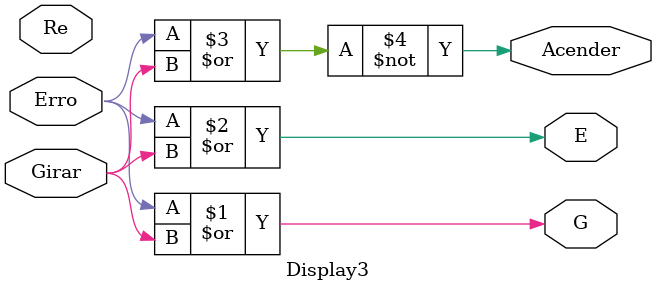
<source format=v>
module Display3(
	input Erro,
	input Re,
	input Girar,
	output E,
	output G,
	output Acender
);
	or(G, Erro, Girar);
	or(E, Erro, Girar);
	
	nor(Acender, Erro, Girar);
endmodule
</source>
